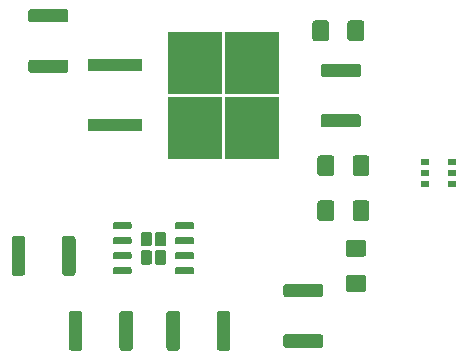
<source format=gtp>
G04 #@! TF.GenerationSoftware,KiCad,Pcbnew,5.1.5+dfsg1-2build2*
G04 #@! TF.CreationDate,2021-11-26T12:56:36+03:00*
G04 #@! TF.ProjectId,VoltReg,566f6c74-5265-4672-9e6b-696361645f70,rev?*
G04 #@! TF.SameCoordinates,Original*
G04 #@! TF.FileFunction,Paste,Top*
G04 #@! TF.FilePolarity,Positive*
%FSLAX46Y46*%
G04 Gerber Fmt 4.6, Leading zero omitted, Abs format (unit mm)*
G04 Created by KiCad (PCBNEW 5.1.5+dfsg1-2build2) date 2021-11-26 12:56:36*
%MOMM*%
%LPD*%
G04 APERTURE LIST*
%ADD10C,0.100000*%
%ADD11R,0.700000X0.510000*%
%ADD12R,4.600000X1.100000*%
%ADD13R,4.550000X5.250000*%
G04 APERTURE END LIST*
D10*
G36*
X119394504Y-74653704D02*
G01*
X119418773Y-74657304D01*
X119442571Y-74663265D01*
X119465671Y-74671530D01*
X119487849Y-74682020D01*
X119508893Y-74694633D01*
X119528598Y-74709247D01*
X119546777Y-74725723D01*
X119563253Y-74743902D01*
X119577867Y-74763607D01*
X119590480Y-74784651D01*
X119600970Y-74806829D01*
X119609235Y-74829929D01*
X119615196Y-74853727D01*
X119618796Y-74877996D01*
X119620000Y-74902500D01*
X119620000Y-75827500D01*
X119618796Y-75852004D01*
X119615196Y-75876273D01*
X119609235Y-75900071D01*
X119600970Y-75923171D01*
X119590480Y-75945349D01*
X119577867Y-75966393D01*
X119563253Y-75986098D01*
X119546777Y-76004277D01*
X119528598Y-76020753D01*
X119508893Y-76035367D01*
X119487849Y-76047980D01*
X119465671Y-76058470D01*
X119442571Y-76066735D01*
X119418773Y-76072696D01*
X119394504Y-76076296D01*
X119370000Y-76077500D01*
X118120000Y-76077500D01*
X118095496Y-76076296D01*
X118071227Y-76072696D01*
X118047429Y-76066735D01*
X118024329Y-76058470D01*
X118002151Y-76047980D01*
X117981107Y-76035367D01*
X117961402Y-76020753D01*
X117943223Y-76004277D01*
X117926747Y-75986098D01*
X117912133Y-75966393D01*
X117899520Y-75945349D01*
X117889030Y-75923171D01*
X117880765Y-75900071D01*
X117874804Y-75876273D01*
X117871204Y-75852004D01*
X117870000Y-75827500D01*
X117870000Y-74902500D01*
X117871204Y-74877996D01*
X117874804Y-74853727D01*
X117880765Y-74829929D01*
X117889030Y-74806829D01*
X117899520Y-74784651D01*
X117912133Y-74763607D01*
X117926747Y-74743902D01*
X117943223Y-74725723D01*
X117961402Y-74709247D01*
X117981107Y-74694633D01*
X118002151Y-74682020D01*
X118024329Y-74671530D01*
X118047429Y-74663265D01*
X118071227Y-74657304D01*
X118095496Y-74653704D01*
X118120000Y-74652500D01*
X119370000Y-74652500D01*
X119394504Y-74653704D01*
G37*
G36*
X119394504Y-71678704D02*
G01*
X119418773Y-71682304D01*
X119442571Y-71688265D01*
X119465671Y-71696530D01*
X119487849Y-71707020D01*
X119508893Y-71719633D01*
X119528598Y-71734247D01*
X119546777Y-71750723D01*
X119563253Y-71768902D01*
X119577867Y-71788607D01*
X119590480Y-71809651D01*
X119600970Y-71831829D01*
X119609235Y-71854929D01*
X119615196Y-71878727D01*
X119618796Y-71902996D01*
X119620000Y-71927500D01*
X119620000Y-72852500D01*
X119618796Y-72877004D01*
X119615196Y-72901273D01*
X119609235Y-72925071D01*
X119600970Y-72948171D01*
X119590480Y-72970349D01*
X119577867Y-72991393D01*
X119563253Y-73011098D01*
X119546777Y-73029277D01*
X119528598Y-73045753D01*
X119508893Y-73060367D01*
X119487849Y-73072980D01*
X119465671Y-73083470D01*
X119442571Y-73091735D01*
X119418773Y-73097696D01*
X119394504Y-73101296D01*
X119370000Y-73102500D01*
X118120000Y-73102500D01*
X118095496Y-73101296D01*
X118071227Y-73097696D01*
X118047429Y-73091735D01*
X118024329Y-73083470D01*
X118002151Y-73072980D01*
X117981107Y-73060367D01*
X117961402Y-73045753D01*
X117943223Y-73029277D01*
X117926747Y-73011098D01*
X117912133Y-72991393D01*
X117899520Y-72970349D01*
X117889030Y-72948171D01*
X117880765Y-72925071D01*
X117874804Y-72901273D01*
X117871204Y-72877004D01*
X117870000Y-72852500D01*
X117870000Y-71927500D01*
X117871204Y-71902996D01*
X117874804Y-71878727D01*
X117880765Y-71854929D01*
X117889030Y-71831829D01*
X117899520Y-71809651D01*
X117912133Y-71788607D01*
X117926747Y-71768902D01*
X117943223Y-71750723D01*
X117961402Y-71734247D01*
X117981107Y-71719633D01*
X118002151Y-71707020D01*
X118024329Y-71696530D01*
X118047429Y-71688265D01*
X118071227Y-71682304D01*
X118095496Y-71678704D01*
X118120000Y-71677500D01*
X119370000Y-71677500D01*
X119394504Y-71678704D01*
G37*
G36*
X94184505Y-52143704D02*
G01*
X94208773Y-52147304D01*
X94232572Y-52153265D01*
X94255671Y-52161530D01*
X94277850Y-52172020D01*
X94298893Y-52184632D01*
X94318599Y-52199247D01*
X94336777Y-52215723D01*
X94353253Y-52233901D01*
X94367868Y-52253607D01*
X94380480Y-52274650D01*
X94390970Y-52296829D01*
X94399235Y-52319928D01*
X94405196Y-52343727D01*
X94408796Y-52367995D01*
X94410000Y-52392499D01*
X94410000Y-53017501D01*
X94408796Y-53042005D01*
X94405196Y-53066273D01*
X94399235Y-53090072D01*
X94390970Y-53113171D01*
X94380480Y-53135350D01*
X94367868Y-53156393D01*
X94353253Y-53176099D01*
X94336777Y-53194277D01*
X94318599Y-53210753D01*
X94298893Y-53225368D01*
X94277850Y-53237980D01*
X94255671Y-53248470D01*
X94232572Y-53256735D01*
X94208773Y-53262696D01*
X94184505Y-53266296D01*
X94160001Y-53267500D01*
X91259999Y-53267500D01*
X91235495Y-53266296D01*
X91211227Y-53262696D01*
X91187428Y-53256735D01*
X91164329Y-53248470D01*
X91142150Y-53237980D01*
X91121107Y-53225368D01*
X91101401Y-53210753D01*
X91083223Y-53194277D01*
X91066747Y-53176099D01*
X91052132Y-53156393D01*
X91039520Y-53135350D01*
X91029030Y-53113171D01*
X91020765Y-53090072D01*
X91014804Y-53066273D01*
X91011204Y-53042005D01*
X91010000Y-53017501D01*
X91010000Y-52392499D01*
X91011204Y-52367995D01*
X91014804Y-52343727D01*
X91020765Y-52319928D01*
X91029030Y-52296829D01*
X91039520Y-52274650D01*
X91052132Y-52253607D01*
X91066747Y-52233901D01*
X91083223Y-52215723D01*
X91101401Y-52199247D01*
X91121107Y-52184632D01*
X91142150Y-52172020D01*
X91164329Y-52161530D01*
X91187428Y-52153265D01*
X91211227Y-52147304D01*
X91235495Y-52143704D01*
X91259999Y-52142500D01*
X94160001Y-52142500D01*
X94184505Y-52143704D01*
G37*
G36*
X94184505Y-56418704D02*
G01*
X94208773Y-56422304D01*
X94232572Y-56428265D01*
X94255671Y-56436530D01*
X94277850Y-56447020D01*
X94298893Y-56459632D01*
X94318599Y-56474247D01*
X94336777Y-56490723D01*
X94353253Y-56508901D01*
X94367868Y-56528607D01*
X94380480Y-56549650D01*
X94390970Y-56571829D01*
X94399235Y-56594928D01*
X94405196Y-56618727D01*
X94408796Y-56642995D01*
X94410000Y-56667499D01*
X94410000Y-57292501D01*
X94408796Y-57317005D01*
X94405196Y-57341273D01*
X94399235Y-57365072D01*
X94390970Y-57388171D01*
X94380480Y-57410350D01*
X94367868Y-57431393D01*
X94353253Y-57451099D01*
X94336777Y-57469277D01*
X94318599Y-57485753D01*
X94298893Y-57500368D01*
X94277850Y-57512980D01*
X94255671Y-57523470D01*
X94232572Y-57531735D01*
X94208773Y-57537696D01*
X94184505Y-57541296D01*
X94160001Y-57542500D01*
X91259999Y-57542500D01*
X91235495Y-57541296D01*
X91211227Y-57537696D01*
X91187428Y-57531735D01*
X91164329Y-57523470D01*
X91142150Y-57512980D01*
X91121107Y-57500368D01*
X91101401Y-57485753D01*
X91083223Y-57469277D01*
X91066747Y-57451099D01*
X91052132Y-57431393D01*
X91039520Y-57410350D01*
X91029030Y-57388171D01*
X91020765Y-57365072D01*
X91014804Y-57341273D01*
X91011204Y-57317005D01*
X91010000Y-57292501D01*
X91010000Y-56667499D01*
X91011204Y-56642995D01*
X91014804Y-56618727D01*
X91020765Y-56594928D01*
X91029030Y-56571829D01*
X91039520Y-56549650D01*
X91052132Y-56528607D01*
X91066747Y-56508901D01*
X91083223Y-56490723D01*
X91101401Y-56474247D01*
X91121107Y-56459632D01*
X91142150Y-56447020D01*
X91164329Y-56436530D01*
X91187428Y-56428265D01*
X91211227Y-56422304D01*
X91235495Y-56418704D01*
X91259999Y-56417500D01*
X94160001Y-56417500D01*
X94184505Y-56418704D01*
G37*
G36*
X104914703Y-70185722D02*
G01*
X104929264Y-70187882D01*
X104943543Y-70191459D01*
X104957403Y-70196418D01*
X104970710Y-70202712D01*
X104983336Y-70210280D01*
X104995159Y-70219048D01*
X105006066Y-70228934D01*
X105015952Y-70239841D01*
X105024720Y-70251664D01*
X105032288Y-70264290D01*
X105038582Y-70277597D01*
X105043541Y-70291457D01*
X105047118Y-70305736D01*
X105049278Y-70320297D01*
X105050000Y-70335000D01*
X105050000Y-70635000D01*
X105049278Y-70649703D01*
X105047118Y-70664264D01*
X105043541Y-70678543D01*
X105038582Y-70692403D01*
X105032288Y-70705710D01*
X105024720Y-70718336D01*
X105015952Y-70730159D01*
X105006066Y-70741066D01*
X104995159Y-70750952D01*
X104983336Y-70759720D01*
X104970710Y-70767288D01*
X104957403Y-70773582D01*
X104943543Y-70778541D01*
X104929264Y-70782118D01*
X104914703Y-70784278D01*
X104900000Y-70785000D01*
X103600000Y-70785000D01*
X103585297Y-70784278D01*
X103570736Y-70782118D01*
X103556457Y-70778541D01*
X103542597Y-70773582D01*
X103529290Y-70767288D01*
X103516664Y-70759720D01*
X103504841Y-70750952D01*
X103493934Y-70741066D01*
X103484048Y-70730159D01*
X103475280Y-70718336D01*
X103467712Y-70705710D01*
X103461418Y-70692403D01*
X103456459Y-70678543D01*
X103452882Y-70664264D01*
X103450722Y-70649703D01*
X103450000Y-70635000D01*
X103450000Y-70335000D01*
X103450722Y-70320297D01*
X103452882Y-70305736D01*
X103456459Y-70291457D01*
X103461418Y-70277597D01*
X103467712Y-70264290D01*
X103475280Y-70251664D01*
X103484048Y-70239841D01*
X103493934Y-70228934D01*
X103504841Y-70219048D01*
X103516664Y-70210280D01*
X103529290Y-70202712D01*
X103542597Y-70196418D01*
X103556457Y-70191459D01*
X103570736Y-70187882D01*
X103585297Y-70185722D01*
X103600000Y-70185000D01*
X104900000Y-70185000D01*
X104914703Y-70185722D01*
G37*
G36*
X104914703Y-71455722D02*
G01*
X104929264Y-71457882D01*
X104943543Y-71461459D01*
X104957403Y-71466418D01*
X104970710Y-71472712D01*
X104983336Y-71480280D01*
X104995159Y-71489048D01*
X105006066Y-71498934D01*
X105015952Y-71509841D01*
X105024720Y-71521664D01*
X105032288Y-71534290D01*
X105038582Y-71547597D01*
X105043541Y-71561457D01*
X105047118Y-71575736D01*
X105049278Y-71590297D01*
X105050000Y-71605000D01*
X105050000Y-71905000D01*
X105049278Y-71919703D01*
X105047118Y-71934264D01*
X105043541Y-71948543D01*
X105038582Y-71962403D01*
X105032288Y-71975710D01*
X105024720Y-71988336D01*
X105015952Y-72000159D01*
X105006066Y-72011066D01*
X104995159Y-72020952D01*
X104983336Y-72029720D01*
X104970710Y-72037288D01*
X104957403Y-72043582D01*
X104943543Y-72048541D01*
X104929264Y-72052118D01*
X104914703Y-72054278D01*
X104900000Y-72055000D01*
X103600000Y-72055000D01*
X103585297Y-72054278D01*
X103570736Y-72052118D01*
X103556457Y-72048541D01*
X103542597Y-72043582D01*
X103529290Y-72037288D01*
X103516664Y-72029720D01*
X103504841Y-72020952D01*
X103493934Y-72011066D01*
X103484048Y-72000159D01*
X103475280Y-71988336D01*
X103467712Y-71975710D01*
X103461418Y-71962403D01*
X103456459Y-71948543D01*
X103452882Y-71934264D01*
X103450722Y-71919703D01*
X103450000Y-71905000D01*
X103450000Y-71605000D01*
X103450722Y-71590297D01*
X103452882Y-71575736D01*
X103456459Y-71561457D01*
X103461418Y-71547597D01*
X103467712Y-71534290D01*
X103475280Y-71521664D01*
X103484048Y-71509841D01*
X103493934Y-71498934D01*
X103504841Y-71489048D01*
X103516664Y-71480280D01*
X103529290Y-71472712D01*
X103542597Y-71466418D01*
X103556457Y-71461459D01*
X103570736Y-71457882D01*
X103585297Y-71455722D01*
X103600000Y-71455000D01*
X104900000Y-71455000D01*
X104914703Y-71455722D01*
G37*
G36*
X104914703Y-72725722D02*
G01*
X104929264Y-72727882D01*
X104943543Y-72731459D01*
X104957403Y-72736418D01*
X104970710Y-72742712D01*
X104983336Y-72750280D01*
X104995159Y-72759048D01*
X105006066Y-72768934D01*
X105015952Y-72779841D01*
X105024720Y-72791664D01*
X105032288Y-72804290D01*
X105038582Y-72817597D01*
X105043541Y-72831457D01*
X105047118Y-72845736D01*
X105049278Y-72860297D01*
X105050000Y-72875000D01*
X105050000Y-73175000D01*
X105049278Y-73189703D01*
X105047118Y-73204264D01*
X105043541Y-73218543D01*
X105038582Y-73232403D01*
X105032288Y-73245710D01*
X105024720Y-73258336D01*
X105015952Y-73270159D01*
X105006066Y-73281066D01*
X104995159Y-73290952D01*
X104983336Y-73299720D01*
X104970710Y-73307288D01*
X104957403Y-73313582D01*
X104943543Y-73318541D01*
X104929264Y-73322118D01*
X104914703Y-73324278D01*
X104900000Y-73325000D01*
X103600000Y-73325000D01*
X103585297Y-73324278D01*
X103570736Y-73322118D01*
X103556457Y-73318541D01*
X103542597Y-73313582D01*
X103529290Y-73307288D01*
X103516664Y-73299720D01*
X103504841Y-73290952D01*
X103493934Y-73281066D01*
X103484048Y-73270159D01*
X103475280Y-73258336D01*
X103467712Y-73245710D01*
X103461418Y-73232403D01*
X103456459Y-73218543D01*
X103452882Y-73204264D01*
X103450722Y-73189703D01*
X103450000Y-73175000D01*
X103450000Y-72875000D01*
X103450722Y-72860297D01*
X103452882Y-72845736D01*
X103456459Y-72831457D01*
X103461418Y-72817597D01*
X103467712Y-72804290D01*
X103475280Y-72791664D01*
X103484048Y-72779841D01*
X103493934Y-72768934D01*
X103504841Y-72759048D01*
X103516664Y-72750280D01*
X103529290Y-72742712D01*
X103542597Y-72736418D01*
X103556457Y-72731459D01*
X103570736Y-72727882D01*
X103585297Y-72725722D01*
X103600000Y-72725000D01*
X104900000Y-72725000D01*
X104914703Y-72725722D01*
G37*
G36*
X104914703Y-73995722D02*
G01*
X104929264Y-73997882D01*
X104943543Y-74001459D01*
X104957403Y-74006418D01*
X104970710Y-74012712D01*
X104983336Y-74020280D01*
X104995159Y-74029048D01*
X105006066Y-74038934D01*
X105015952Y-74049841D01*
X105024720Y-74061664D01*
X105032288Y-74074290D01*
X105038582Y-74087597D01*
X105043541Y-74101457D01*
X105047118Y-74115736D01*
X105049278Y-74130297D01*
X105050000Y-74145000D01*
X105050000Y-74445000D01*
X105049278Y-74459703D01*
X105047118Y-74474264D01*
X105043541Y-74488543D01*
X105038582Y-74502403D01*
X105032288Y-74515710D01*
X105024720Y-74528336D01*
X105015952Y-74540159D01*
X105006066Y-74551066D01*
X104995159Y-74560952D01*
X104983336Y-74569720D01*
X104970710Y-74577288D01*
X104957403Y-74583582D01*
X104943543Y-74588541D01*
X104929264Y-74592118D01*
X104914703Y-74594278D01*
X104900000Y-74595000D01*
X103600000Y-74595000D01*
X103585297Y-74594278D01*
X103570736Y-74592118D01*
X103556457Y-74588541D01*
X103542597Y-74583582D01*
X103529290Y-74577288D01*
X103516664Y-74569720D01*
X103504841Y-74560952D01*
X103493934Y-74551066D01*
X103484048Y-74540159D01*
X103475280Y-74528336D01*
X103467712Y-74515710D01*
X103461418Y-74502403D01*
X103456459Y-74488543D01*
X103452882Y-74474264D01*
X103450722Y-74459703D01*
X103450000Y-74445000D01*
X103450000Y-74145000D01*
X103450722Y-74130297D01*
X103452882Y-74115736D01*
X103456459Y-74101457D01*
X103461418Y-74087597D01*
X103467712Y-74074290D01*
X103475280Y-74061664D01*
X103484048Y-74049841D01*
X103493934Y-74038934D01*
X103504841Y-74029048D01*
X103516664Y-74020280D01*
X103529290Y-74012712D01*
X103542597Y-74006418D01*
X103556457Y-74001459D01*
X103570736Y-73997882D01*
X103585297Y-73995722D01*
X103600000Y-73995000D01*
X104900000Y-73995000D01*
X104914703Y-73995722D01*
G37*
G36*
X99614703Y-73995722D02*
G01*
X99629264Y-73997882D01*
X99643543Y-74001459D01*
X99657403Y-74006418D01*
X99670710Y-74012712D01*
X99683336Y-74020280D01*
X99695159Y-74029048D01*
X99706066Y-74038934D01*
X99715952Y-74049841D01*
X99724720Y-74061664D01*
X99732288Y-74074290D01*
X99738582Y-74087597D01*
X99743541Y-74101457D01*
X99747118Y-74115736D01*
X99749278Y-74130297D01*
X99750000Y-74145000D01*
X99750000Y-74445000D01*
X99749278Y-74459703D01*
X99747118Y-74474264D01*
X99743541Y-74488543D01*
X99738582Y-74502403D01*
X99732288Y-74515710D01*
X99724720Y-74528336D01*
X99715952Y-74540159D01*
X99706066Y-74551066D01*
X99695159Y-74560952D01*
X99683336Y-74569720D01*
X99670710Y-74577288D01*
X99657403Y-74583582D01*
X99643543Y-74588541D01*
X99629264Y-74592118D01*
X99614703Y-74594278D01*
X99600000Y-74595000D01*
X98300000Y-74595000D01*
X98285297Y-74594278D01*
X98270736Y-74592118D01*
X98256457Y-74588541D01*
X98242597Y-74583582D01*
X98229290Y-74577288D01*
X98216664Y-74569720D01*
X98204841Y-74560952D01*
X98193934Y-74551066D01*
X98184048Y-74540159D01*
X98175280Y-74528336D01*
X98167712Y-74515710D01*
X98161418Y-74502403D01*
X98156459Y-74488543D01*
X98152882Y-74474264D01*
X98150722Y-74459703D01*
X98150000Y-74445000D01*
X98150000Y-74145000D01*
X98150722Y-74130297D01*
X98152882Y-74115736D01*
X98156459Y-74101457D01*
X98161418Y-74087597D01*
X98167712Y-74074290D01*
X98175280Y-74061664D01*
X98184048Y-74049841D01*
X98193934Y-74038934D01*
X98204841Y-74029048D01*
X98216664Y-74020280D01*
X98229290Y-74012712D01*
X98242597Y-74006418D01*
X98256457Y-74001459D01*
X98270736Y-73997882D01*
X98285297Y-73995722D01*
X98300000Y-73995000D01*
X99600000Y-73995000D01*
X99614703Y-73995722D01*
G37*
G36*
X99614703Y-72725722D02*
G01*
X99629264Y-72727882D01*
X99643543Y-72731459D01*
X99657403Y-72736418D01*
X99670710Y-72742712D01*
X99683336Y-72750280D01*
X99695159Y-72759048D01*
X99706066Y-72768934D01*
X99715952Y-72779841D01*
X99724720Y-72791664D01*
X99732288Y-72804290D01*
X99738582Y-72817597D01*
X99743541Y-72831457D01*
X99747118Y-72845736D01*
X99749278Y-72860297D01*
X99750000Y-72875000D01*
X99750000Y-73175000D01*
X99749278Y-73189703D01*
X99747118Y-73204264D01*
X99743541Y-73218543D01*
X99738582Y-73232403D01*
X99732288Y-73245710D01*
X99724720Y-73258336D01*
X99715952Y-73270159D01*
X99706066Y-73281066D01*
X99695159Y-73290952D01*
X99683336Y-73299720D01*
X99670710Y-73307288D01*
X99657403Y-73313582D01*
X99643543Y-73318541D01*
X99629264Y-73322118D01*
X99614703Y-73324278D01*
X99600000Y-73325000D01*
X98300000Y-73325000D01*
X98285297Y-73324278D01*
X98270736Y-73322118D01*
X98256457Y-73318541D01*
X98242597Y-73313582D01*
X98229290Y-73307288D01*
X98216664Y-73299720D01*
X98204841Y-73290952D01*
X98193934Y-73281066D01*
X98184048Y-73270159D01*
X98175280Y-73258336D01*
X98167712Y-73245710D01*
X98161418Y-73232403D01*
X98156459Y-73218543D01*
X98152882Y-73204264D01*
X98150722Y-73189703D01*
X98150000Y-73175000D01*
X98150000Y-72875000D01*
X98150722Y-72860297D01*
X98152882Y-72845736D01*
X98156459Y-72831457D01*
X98161418Y-72817597D01*
X98167712Y-72804290D01*
X98175280Y-72791664D01*
X98184048Y-72779841D01*
X98193934Y-72768934D01*
X98204841Y-72759048D01*
X98216664Y-72750280D01*
X98229290Y-72742712D01*
X98242597Y-72736418D01*
X98256457Y-72731459D01*
X98270736Y-72727882D01*
X98285297Y-72725722D01*
X98300000Y-72725000D01*
X99600000Y-72725000D01*
X99614703Y-72725722D01*
G37*
G36*
X99614703Y-71455722D02*
G01*
X99629264Y-71457882D01*
X99643543Y-71461459D01*
X99657403Y-71466418D01*
X99670710Y-71472712D01*
X99683336Y-71480280D01*
X99695159Y-71489048D01*
X99706066Y-71498934D01*
X99715952Y-71509841D01*
X99724720Y-71521664D01*
X99732288Y-71534290D01*
X99738582Y-71547597D01*
X99743541Y-71561457D01*
X99747118Y-71575736D01*
X99749278Y-71590297D01*
X99750000Y-71605000D01*
X99750000Y-71905000D01*
X99749278Y-71919703D01*
X99747118Y-71934264D01*
X99743541Y-71948543D01*
X99738582Y-71962403D01*
X99732288Y-71975710D01*
X99724720Y-71988336D01*
X99715952Y-72000159D01*
X99706066Y-72011066D01*
X99695159Y-72020952D01*
X99683336Y-72029720D01*
X99670710Y-72037288D01*
X99657403Y-72043582D01*
X99643543Y-72048541D01*
X99629264Y-72052118D01*
X99614703Y-72054278D01*
X99600000Y-72055000D01*
X98300000Y-72055000D01*
X98285297Y-72054278D01*
X98270736Y-72052118D01*
X98256457Y-72048541D01*
X98242597Y-72043582D01*
X98229290Y-72037288D01*
X98216664Y-72029720D01*
X98204841Y-72020952D01*
X98193934Y-72011066D01*
X98184048Y-72000159D01*
X98175280Y-71988336D01*
X98167712Y-71975710D01*
X98161418Y-71962403D01*
X98156459Y-71948543D01*
X98152882Y-71934264D01*
X98150722Y-71919703D01*
X98150000Y-71905000D01*
X98150000Y-71605000D01*
X98150722Y-71590297D01*
X98152882Y-71575736D01*
X98156459Y-71561457D01*
X98161418Y-71547597D01*
X98167712Y-71534290D01*
X98175280Y-71521664D01*
X98184048Y-71509841D01*
X98193934Y-71498934D01*
X98204841Y-71489048D01*
X98216664Y-71480280D01*
X98229290Y-71472712D01*
X98242597Y-71466418D01*
X98256457Y-71461459D01*
X98270736Y-71457882D01*
X98285297Y-71455722D01*
X98300000Y-71455000D01*
X99600000Y-71455000D01*
X99614703Y-71455722D01*
G37*
G36*
X99614703Y-70185722D02*
G01*
X99629264Y-70187882D01*
X99643543Y-70191459D01*
X99657403Y-70196418D01*
X99670710Y-70202712D01*
X99683336Y-70210280D01*
X99695159Y-70219048D01*
X99706066Y-70228934D01*
X99715952Y-70239841D01*
X99724720Y-70251664D01*
X99732288Y-70264290D01*
X99738582Y-70277597D01*
X99743541Y-70291457D01*
X99747118Y-70305736D01*
X99749278Y-70320297D01*
X99750000Y-70335000D01*
X99750000Y-70635000D01*
X99749278Y-70649703D01*
X99747118Y-70664264D01*
X99743541Y-70678543D01*
X99738582Y-70692403D01*
X99732288Y-70705710D01*
X99724720Y-70718336D01*
X99715952Y-70730159D01*
X99706066Y-70741066D01*
X99695159Y-70750952D01*
X99683336Y-70759720D01*
X99670710Y-70767288D01*
X99657403Y-70773582D01*
X99643543Y-70778541D01*
X99629264Y-70782118D01*
X99614703Y-70784278D01*
X99600000Y-70785000D01*
X98300000Y-70785000D01*
X98285297Y-70784278D01*
X98270736Y-70782118D01*
X98256457Y-70778541D01*
X98242597Y-70773582D01*
X98229290Y-70767288D01*
X98216664Y-70759720D01*
X98204841Y-70750952D01*
X98193934Y-70741066D01*
X98184048Y-70730159D01*
X98175280Y-70718336D01*
X98167712Y-70705710D01*
X98161418Y-70692403D01*
X98156459Y-70678543D01*
X98152882Y-70664264D01*
X98150722Y-70649703D01*
X98150000Y-70635000D01*
X98150000Y-70335000D01*
X98150722Y-70320297D01*
X98152882Y-70305736D01*
X98156459Y-70291457D01*
X98161418Y-70277597D01*
X98167712Y-70264290D01*
X98175280Y-70251664D01*
X98184048Y-70239841D01*
X98193934Y-70228934D01*
X98204841Y-70219048D01*
X98216664Y-70210280D01*
X98229290Y-70202712D01*
X98242597Y-70196418D01*
X98256457Y-70191459D01*
X98270736Y-70187882D01*
X98285297Y-70185722D01*
X98300000Y-70185000D01*
X99600000Y-70185000D01*
X99614703Y-70185722D01*
G37*
G36*
X102466269Y-72541168D02*
G01*
X102489809Y-72544660D01*
X102512894Y-72550442D01*
X102535301Y-72558459D01*
X102556814Y-72568634D01*
X102577226Y-72580869D01*
X102596340Y-72595045D01*
X102613973Y-72611027D01*
X102629955Y-72628660D01*
X102644131Y-72647774D01*
X102656366Y-72668186D01*
X102666541Y-72689699D01*
X102674558Y-72712106D01*
X102680340Y-72735191D01*
X102683832Y-72758731D01*
X102685000Y-72782500D01*
X102685000Y-73547500D01*
X102683832Y-73571269D01*
X102680340Y-73594809D01*
X102674558Y-73617894D01*
X102666541Y-73640301D01*
X102656366Y-73661814D01*
X102644131Y-73682226D01*
X102629955Y-73701340D01*
X102613973Y-73718973D01*
X102596340Y-73734955D01*
X102577226Y-73749131D01*
X102556814Y-73761366D01*
X102535301Y-73771541D01*
X102512894Y-73779558D01*
X102489809Y-73785340D01*
X102466269Y-73788832D01*
X102442500Y-73790000D01*
X101957500Y-73790000D01*
X101933731Y-73788832D01*
X101910191Y-73785340D01*
X101887106Y-73779558D01*
X101864699Y-73771541D01*
X101843186Y-73761366D01*
X101822774Y-73749131D01*
X101803660Y-73734955D01*
X101786027Y-73718973D01*
X101770045Y-73701340D01*
X101755869Y-73682226D01*
X101743634Y-73661814D01*
X101733459Y-73640301D01*
X101725442Y-73617894D01*
X101719660Y-73594809D01*
X101716168Y-73571269D01*
X101715000Y-73547500D01*
X101715000Y-72782500D01*
X101716168Y-72758731D01*
X101719660Y-72735191D01*
X101725442Y-72712106D01*
X101733459Y-72689699D01*
X101743634Y-72668186D01*
X101755869Y-72647774D01*
X101770045Y-72628660D01*
X101786027Y-72611027D01*
X101803660Y-72595045D01*
X101822774Y-72580869D01*
X101843186Y-72568634D01*
X101864699Y-72558459D01*
X101887106Y-72550442D01*
X101910191Y-72544660D01*
X101933731Y-72541168D01*
X101957500Y-72540000D01*
X102442500Y-72540000D01*
X102466269Y-72541168D01*
G37*
G36*
X102466269Y-70991168D02*
G01*
X102489809Y-70994660D01*
X102512894Y-71000442D01*
X102535301Y-71008459D01*
X102556814Y-71018634D01*
X102577226Y-71030869D01*
X102596340Y-71045045D01*
X102613973Y-71061027D01*
X102629955Y-71078660D01*
X102644131Y-71097774D01*
X102656366Y-71118186D01*
X102666541Y-71139699D01*
X102674558Y-71162106D01*
X102680340Y-71185191D01*
X102683832Y-71208731D01*
X102685000Y-71232500D01*
X102685000Y-71997500D01*
X102683832Y-72021269D01*
X102680340Y-72044809D01*
X102674558Y-72067894D01*
X102666541Y-72090301D01*
X102656366Y-72111814D01*
X102644131Y-72132226D01*
X102629955Y-72151340D01*
X102613973Y-72168973D01*
X102596340Y-72184955D01*
X102577226Y-72199131D01*
X102556814Y-72211366D01*
X102535301Y-72221541D01*
X102512894Y-72229558D01*
X102489809Y-72235340D01*
X102466269Y-72238832D01*
X102442500Y-72240000D01*
X101957500Y-72240000D01*
X101933731Y-72238832D01*
X101910191Y-72235340D01*
X101887106Y-72229558D01*
X101864699Y-72221541D01*
X101843186Y-72211366D01*
X101822774Y-72199131D01*
X101803660Y-72184955D01*
X101786027Y-72168973D01*
X101770045Y-72151340D01*
X101755869Y-72132226D01*
X101743634Y-72111814D01*
X101733459Y-72090301D01*
X101725442Y-72067894D01*
X101719660Y-72044809D01*
X101716168Y-72021269D01*
X101715000Y-71997500D01*
X101715000Y-71232500D01*
X101716168Y-71208731D01*
X101719660Y-71185191D01*
X101725442Y-71162106D01*
X101733459Y-71139699D01*
X101743634Y-71118186D01*
X101755869Y-71097774D01*
X101770045Y-71078660D01*
X101786027Y-71061027D01*
X101803660Y-71045045D01*
X101822774Y-71030869D01*
X101843186Y-71018634D01*
X101864699Y-71008459D01*
X101887106Y-71000442D01*
X101910191Y-70994660D01*
X101933731Y-70991168D01*
X101957500Y-70990000D01*
X102442500Y-70990000D01*
X102466269Y-70991168D01*
G37*
G36*
X101266269Y-72541168D02*
G01*
X101289809Y-72544660D01*
X101312894Y-72550442D01*
X101335301Y-72558459D01*
X101356814Y-72568634D01*
X101377226Y-72580869D01*
X101396340Y-72595045D01*
X101413973Y-72611027D01*
X101429955Y-72628660D01*
X101444131Y-72647774D01*
X101456366Y-72668186D01*
X101466541Y-72689699D01*
X101474558Y-72712106D01*
X101480340Y-72735191D01*
X101483832Y-72758731D01*
X101485000Y-72782500D01*
X101485000Y-73547500D01*
X101483832Y-73571269D01*
X101480340Y-73594809D01*
X101474558Y-73617894D01*
X101466541Y-73640301D01*
X101456366Y-73661814D01*
X101444131Y-73682226D01*
X101429955Y-73701340D01*
X101413973Y-73718973D01*
X101396340Y-73734955D01*
X101377226Y-73749131D01*
X101356814Y-73761366D01*
X101335301Y-73771541D01*
X101312894Y-73779558D01*
X101289809Y-73785340D01*
X101266269Y-73788832D01*
X101242500Y-73790000D01*
X100757500Y-73790000D01*
X100733731Y-73788832D01*
X100710191Y-73785340D01*
X100687106Y-73779558D01*
X100664699Y-73771541D01*
X100643186Y-73761366D01*
X100622774Y-73749131D01*
X100603660Y-73734955D01*
X100586027Y-73718973D01*
X100570045Y-73701340D01*
X100555869Y-73682226D01*
X100543634Y-73661814D01*
X100533459Y-73640301D01*
X100525442Y-73617894D01*
X100519660Y-73594809D01*
X100516168Y-73571269D01*
X100515000Y-73547500D01*
X100515000Y-72782500D01*
X100516168Y-72758731D01*
X100519660Y-72735191D01*
X100525442Y-72712106D01*
X100533459Y-72689699D01*
X100543634Y-72668186D01*
X100555869Y-72647774D01*
X100570045Y-72628660D01*
X100586027Y-72611027D01*
X100603660Y-72595045D01*
X100622774Y-72580869D01*
X100643186Y-72568634D01*
X100664699Y-72558459D01*
X100687106Y-72550442D01*
X100710191Y-72544660D01*
X100733731Y-72541168D01*
X100757500Y-72540000D01*
X101242500Y-72540000D01*
X101266269Y-72541168D01*
G37*
G36*
X101266269Y-70991168D02*
G01*
X101289809Y-70994660D01*
X101312894Y-71000442D01*
X101335301Y-71008459D01*
X101356814Y-71018634D01*
X101377226Y-71030869D01*
X101396340Y-71045045D01*
X101413973Y-71061027D01*
X101429955Y-71078660D01*
X101444131Y-71097774D01*
X101456366Y-71118186D01*
X101466541Y-71139699D01*
X101474558Y-71162106D01*
X101480340Y-71185191D01*
X101483832Y-71208731D01*
X101485000Y-71232500D01*
X101485000Y-71997500D01*
X101483832Y-72021269D01*
X101480340Y-72044809D01*
X101474558Y-72067894D01*
X101466541Y-72090301D01*
X101456366Y-72111814D01*
X101444131Y-72132226D01*
X101429955Y-72151340D01*
X101413973Y-72168973D01*
X101396340Y-72184955D01*
X101377226Y-72199131D01*
X101356814Y-72211366D01*
X101335301Y-72221541D01*
X101312894Y-72229558D01*
X101289809Y-72235340D01*
X101266269Y-72238832D01*
X101242500Y-72240000D01*
X100757500Y-72240000D01*
X100733731Y-72238832D01*
X100710191Y-72235340D01*
X100687106Y-72229558D01*
X100664699Y-72221541D01*
X100643186Y-72211366D01*
X100622774Y-72199131D01*
X100603660Y-72184955D01*
X100586027Y-72168973D01*
X100570045Y-72151340D01*
X100555869Y-72132226D01*
X100543634Y-72111814D01*
X100533459Y-72090301D01*
X100525442Y-72067894D01*
X100519660Y-72044809D01*
X100516168Y-72021269D01*
X100515000Y-71997500D01*
X100515000Y-71232500D01*
X100516168Y-71208731D01*
X100519660Y-71185191D01*
X100525442Y-71162106D01*
X100533459Y-71139699D01*
X100543634Y-71118186D01*
X100555869Y-71097774D01*
X100570045Y-71078660D01*
X100586027Y-71061027D01*
X100603660Y-71045045D01*
X100622774Y-71030869D01*
X100643186Y-71018634D01*
X100664699Y-71008459D01*
X100687106Y-71000442D01*
X100710191Y-70994660D01*
X100733731Y-70991168D01*
X100757500Y-70990000D01*
X101242500Y-70990000D01*
X101266269Y-70991168D01*
G37*
D11*
X126890000Y-65090000D03*
X126890000Y-66040000D03*
X126890000Y-66990000D03*
X124570000Y-66990000D03*
X124570000Y-66040000D03*
X124570000Y-65090000D03*
D12*
X98365000Y-56915000D03*
X98365000Y-61995000D03*
D13*
X109940000Y-62230000D03*
X105090000Y-56680000D03*
X109940000Y-56680000D03*
X105090000Y-62230000D03*
D10*
G36*
X119667004Y-68341204D02*
G01*
X119691273Y-68344804D01*
X119715071Y-68350765D01*
X119738171Y-68359030D01*
X119760349Y-68369520D01*
X119781393Y-68382133D01*
X119801098Y-68396747D01*
X119819277Y-68413223D01*
X119835753Y-68431402D01*
X119850367Y-68451107D01*
X119862980Y-68472151D01*
X119873470Y-68494329D01*
X119881735Y-68517429D01*
X119887696Y-68541227D01*
X119891296Y-68565496D01*
X119892500Y-68590000D01*
X119892500Y-69840000D01*
X119891296Y-69864504D01*
X119887696Y-69888773D01*
X119881735Y-69912571D01*
X119873470Y-69935671D01*
X119862980Y-69957849D01*
X119850367Y-69978893D01*
X119835753Y-69998598D01*
X119819277Y-70016777D01*
X119801098Y-70033253D01*
X119781393Y-70047867D01*
X119760349Y-70060480D01*
X119738171Y-70070970D01*
X119715071Y-70079235D01*
X119691273Y-70085196D01*
X119667004Y-70088796D01*
X119642500Y-70090000D01*
X118717500Y-70090000D01*
X118692996Y-70088796D01*
X118668727Y-70085196D01*
X118644929Y-70079235D01*
X118621829Y-70070970D01*
X118599651Y-70060480D01*
X118578607Y-70047867D01*
X118558902Y-70033253D01*
X118540723Y-70016777D01*
X118524247Y-69998598D01*
X118509633Y-69978893D01*
X118497020Y-69957849D01*
X118486530Y-69935671D01*
X118478265Y-69912571D01*
X118472304Y-69888773D01*
X118468704Y-69864504D01*
X118467500Y-69840000D01*
X118467500Y-68590000D01*
X118468704Y-68565496D01*
X118472304Y-68541227D01*
X118478265Y-68517429D01*
X118486530Y-68494329D01*
X118497020Y-68472151D01*
X118509633Y-68451107D01*
X118524247Y-68431402D01*
X118540723Y-68413223D01*
X118558902Y-68396747D01*
X118578607Y-68382133D01*
X118599651Y-68369520D01*
X118621829Y-68359030D01*
X118644929Y-68350765D01*
X118668727Y-68344804D01*
X118692996Y-68341204D01*
X118717500Y-68340000D01*
X119642500Y-68340000D01*
X119667004Y-68341204D01*
G37*
G36*
X116692004Y-68341204D02*
G01*
X116716273Y-68344804D01*
X116740071Y-68350765D01*
X116763171Y-68359030D01*
X116785349Y-68369520D01*
X116806393Y-68382133D01*
X116826098Y-68396747D01*
X116844277Y-68413223D01*
X116860753Y-68431402D01*
X116875367Y-68451107D01*
X116887980Y-68472151D01*
X116898470Y-68494329D01*
X116906735Y-68517429D01*
X116912696Y-68541227D01*
X116916296Y-68565496D01*
X116917500Y-68590000D01*
X116917500Y-69840000D01*
X116916296Y-69864504D01*
X116912696Y-69888773D01*
X116906735Y-69912571D01*
X116898470Y-69935671D01*
X116887980Y-69957849D01*
X116875367Y-69978893D01*
X116860753Y-69998598D01*
X116844277Y-70016777D01*
X116826098Y-70033253D01*
X116806393Y-70047867D01*
X116785349Y-70060480D01*
X116763171Y-70070970D01*
X116740071Y-70079235D01*
X116716273Y-70085196D01*
X116692004Y-70088796D01*
X116667500Y-70090000D01*
X115742500Y-70090000D01*
X115717996Y-70088796D01*
X115693727Y-70085196D01*
X115669929Y-70079235D01*
X115646829Y-70070970D01*
X115624651Y-70060480D01*
X115603607Y-70047867D01*
X115583902Y-70033253D01*
X115565723Y-70016777D01*
X115549247Y-69998598D01*
X115534633Y-69978893D01*
X115522020Y-69957849D01*
X115511530Y-69935671D01*
X115503265Y-69912571D01*
X115497304Y-69888773D01*
X115493704Y-69864504D01*
X115492500Y-69840000D01*
X115492500Y-68590000D01*
X115493704Y-68565496D01*
X115497304Y-68541227D01*
X115503265Y-68517429D01*
X115511530Y-68494329D01*
X115522020Y-68472151D01*
X115534633Y-68451107D01*
X115549247Y-68431402D01*
X115565723Y-68413223D01*
X115583902Y-68396747D01*
X115603607Y-68382133D01*
X115624651Y-68369520D01*
X115646829Y-68359030D01*
X115669929Y-68350765D01*
X115693727Y-68344804D01*
X115717996Y-68341204D01*
X115742500Y-68340000D01*
X116667500Y-68340000D01*
X116692004Y-68341204D01*
G37*
G36*
X116692004Y-64531204D02*
G01*
X116716273Y-64534804D01*
X116740071Y-64540765D01*
X116763171Y-64549030D01*
X116785349Y-64559520D01*
X116806393Y-64572133D01*
X116826098Y-64586747D01*
X116844277Y-64603223D01*
X116860753Y-64621402D01*
X116875367Y-64641107D01*
X116887980Y-64662151D01*
X116898470Y-64684329D01*
X116906735Y-64707429D01*
X116912696Y-64731227D01*
X116916296Y-64755496D01*
X116917500Y-64780000D01*
X116917500Y-66030000D01*
X116916296Y-66054504D01*
X116912696Y-66078773D01*
X116906735Y-66102571D01*
X116898470Y-66125671D01*
X116887980Y-66147849D01*
X116875367Y-66168893D01*
X116860753Y-66188598D01*
X116844277Y-66206777D01*
X116826098Y-66223253D01*
X116806393Y-66237867D01*
X116785349Y-66250480D01*
X116763171Y-66260970D01*
X116740071Y-66269235D01*
X116716273Y-66275196D01*
X116692004Y-66278796D01*
X116667500Y-66280000D01*
X115742500Y-66280000D01*
X115717996Y-66278796D01*
X115693727Y-66275196D01*
X115669929Y-66269235D01*
X115646829Y-66260970D01*
X115624651Y-66250480D01*
X115603607Y-66237867D01*
X115583902Y-66223253D01*
X115565723Y-66206777D01*
X115549247Y-66188598D01*
X115534633Y-66168893D01*
X115522020Y-66147849D01*
X115511530Y-66125671D01*
X115503265Y-66102571D01*
X115497304Y-66078773D01*
X115493704Y-66054504D01*
X115492500Y-66030000D01*
X115492500Y-64780000D01*
X115493704Y-64755496D01*
X115497304Y-64731227D01*
X115503265Y-64707429D01*
X115511530Y-64684329D01*
X115522020Y-64662151D01*
X115534633Y-64641107D01*
X115549247Y-64621402D01*
X115565723Y-64603223D01*
X115583902Y-64586747D01*
X115603607Y-64572133D01*
X115624651Y-64559520D01*
X115646829Y-64549030D01*
X115669929Y-64540765D01*
X115693727Y-64534804D01*
X115717996Y-64531204D01*
X115742500Y-64530000D01*
X116667500Y-64530000D01*
X116692004Y-64531204D01*
G37*
G36*
X119667004Y-64531204D02*
G01*
X119691273Y-64534804D01*
X119715071Y-64540765D01*
X119738171Y-64549030D01*
X119760349Y-64559520D01*
X119781393Y-64572133D01*
X119801098Y-64586747D01*
X119819277Y-64603223D01*
X119835753Y-64621402D01*
X119850367Y-64641107D01*
X119862980Y-64662151D01*
X119873470Y-64684329D01*
X119881735Y-64707429D01*
X119887696Y-64731227D01*
X119891296Y-64755496D01*
X119892500Y-64780000D01*
X119892500Y-66030000D01*
X119891296Y-66054504D01*
X119887696Y-66078773D01*
X119881735Y-66102571D01*
X119873470Y-66125671D01*
X119862980Y-66147849D01*
X119850367Y-66168893D01*
X119835753Y-66188598D01*
X119819277Y-66206777D01*
X119801098Y-66223253D01*
X119781393Y-66237867D01*
X119760349Y-66250480D01*
X119738171Y-66260970D01*
X119715071Y-66269235D01*
X119691273Y-66275196D01*
X119667004Y-66278796D01*
X119642500Y-66280000D01*
X118717500Y-66280000D01*
X118692996Y-66278796D01*
X118668727Y-66275196D01*
X118644929Y-66269235D01*
X118621829Y-66260970D01*
X118599651Y-66250480D01*
X118578607Y-66237867D01*
X118558902Y-66223253D01*
X118540723Y-66206777D01*
X118524247Y-66188598D01*
X118509633Y-66168893D01*
X118497020Y-66147849D01*
X118486530Y-66125671D01*
X118478265Y-66102571D01*
X118472304Y-66078773D01*
X118468704Y-66054504D01*
X118467500Y-66030000D01*
X118467500Y-64780000D01*
X118468704Y-64755496D01*
X118472304Y-64731227D01*
X118478265Y-64707429D01*
X118486530Y-64684329D01*
X118497020Y-64662151D01*
X118509633Y-64641107D01*
X118524247Y-64621402D01*
X118540723Y-64603223D01*
X118558902Y-64586747D01*
X118578607Y-64572133D01*
X118599651Y-64559520D01*
X118621829Y-64549030D01*
X118644929Y-64540765D01*
X118668727Y-64534804D01*
X118692996Y-64531204D01*
X118717500Y-64530000D01*
X119642500Y-64530000D01*
X119667004Y-64531204D01*
G37*
G36*
X119232004Y-53101204D02*
G01*
X119256273Y-53104804D01*
X119280071Y-53110765D01*
X119303171Y-53119030D01*
X119325349Y-53129520D01*
X119346393Y-53142133D01*
X119366098Y-53156747D01*
X119384277Y-53173223D01*
X119400753Y-53191402D01*
X119415367Y-53211107D01*
X119427980Y-53232151D01*
X119438470Y-53254329D01*
X119446735Y-53277429D01*
X119452696Y-53301227D01*
X119456296Y-53325496D01*
X119457500Y-53350000D01*
X119457500Y-54600000D01*
X119456296Y-54624504D01*
X119452696Y-54648773D01*
X119446735Y-54672571D01*
X119438470Y-54695671D01*
X119427980Y-54717849D01*
X119415367Y-54738893D01*
X119400753Y-54758598D01*
X119384277Y-54776777D01*
X119366098Y-54793253D01*
X119346393Y-54807867D01*
X119325349Y-54820480D01*
X119303171Y-54830970D01*
X119280071Y-54839235D01*
X119256273Y-54845196D01*
X119232004Y-54848796D01*
X119207500Y-54850000D01*
X118282500Y-54850000D01*
X118257996Y-54848796D01*
X118233727Y-54845196D01*
X118209929Y-54839235D01*
X118186829Y-54830970D01*
X118164651Y-54820480D01*
X118143607Y-54807867D01*
X118123902Y-54793253D01*
X118105723Y-54776777D01*
X118089247Y-54758598D01*
X118074633Y-54738893D01*
X118062020Y-54717849D01*
X118051530Y-54695671D01*
X118043265Y-54672571D01*
X118037304Y-54648773D01*
X118033704Y-54624504D01*
X118032500Y-54600000D01*
X118032500Y-53350000D01*
X118033704Y-53325496D01*
X118037304Y-53301227D01*
X118043265Y-53277429D01*
X118051530Y-53254329D01*
X118062020Y-53232151D01*
X118074633Y-53211107D01*
X118089247Y-53191402D01*
X118105723Y-53173223D01*
X118123902Y-53156747D01*
X118143607Y-53142133D01*
X118164651Y-53129520D01*
X118186829Y-53119030D01*
X118209929Y-53110765D01*
X118233727Y-53104804D01*
X118257996Y-53101204D01*
X118282500Y-53100000D01*
X119207500Y-53100000D01*
X119232004Y-53101204D01*
G37*
G36*
X116257004Y-53101204D02*
G01*
X116281273Y-53104804D01*
X116305071Y-53110765D01*
X116328171Y-53119030D01*
X116350349Y-53129520D01*
X116371393Y-53142133D01*
X116391098Y-53156747D01*
X116409277Y-53173223D01*
X116425753Y-53191402D01*
X116440367Y-53211107D01*
X116452980Y-53232151D01*
X116463470Y-53254329D01*
X116471735Y-53277429D01*
X116477696Y-53301227D01*
X116481296Y-53325496D01*
X116482500Y-53350000D01*
X116482500Y-54600000D01*
X116481296Y-54624504D01*
X116477696Y-54648773D01*
X116471735Y-54672571D01*
X116463470Y-54695671D01*
X116452980Y-54717849D01*
X116440367Y-54738893D01*
X116425753Y-54758598D01*
X116409277Y-54776777D01*
X116391098Y-54793253D01*
X116371393Y-54807867D01*
X116350349Y-54820480D01*
X116328171Y-54830970D01*
X116305071Y-54839235D01*
X116281273Y-54845196D01*
X116257004Y-54848796D01*
X116232500Y-54850000D01*
X115307500Y-54850000D01*
X115282996Y-54848796D01*
X115258727Y-54845196D01*
X115234929Y-54839235D01*
X115211829Y-54830970D01*
X115189651Y-54820480D01*
X115168607Y-54807867D01*
X115148902Y-54793253D01*
X115130723Y-54776777D01*
X115114247Y-54758598D01*
X115099633Y-54738893D01*
X115087020Y-54717849D01*
X115076530Y-54695671D01*
X115068265Y-54672571D01*
X115062304Y-54648773D01*
X115058704Y-54624504D01*
X115057500Y-54600000D01*
X115057500Y-53350000D01*
X115058704Y-53325496D01*
X115062304Y-53301227D01*
X115068265Y-53277429D01*
X115076530Y-53254329D01*
X115087020Y-53232151D01*
X115099633Y-53211107D01*
X115114247Y-53191402D01*
X115130723Y-53173223D01*
X115148902Y-53156747D01*
X115168607Y-53142133D01*
X115189651Y-53129520D01*
X115211829Y-53119030D01*
X115234929Y-53110765D01*
X115258727Y-53104804D01*
X115282996Y-53101204D01*
X115307500Y-53100000D01*
X116232500Y-53100000D01*
X116257004Y-53101204D01*
G37*
G36*
X103609505Y-77676204D02*
G01*
X103633773Y-77679804D01*
X103657572Y-77685765D01*
X103680671Y-77694030D01*
X103702850Y-77704520D01*
X103723893Y-77717132D01*
X103743599Y-77731747D01*
X103761777Y-77748223D01*
X103778253Y-77766401D01*
X103792868Y-77786107D01*
X103805480Y-77807150D01*
X103815970Y-77829329D01*
X103824235Y-77852428D01*
X103830196Y-77876227D01*
X103833796Y-77900495D01*
X103835000Y-77924999D01*
X103835000Y-80825001D01*
X103833796Y-80849505D01*
X103830196Y-80873773D01*
X103824235Y-80897572D01*
X103815970Y-80920671D01*
X103805480Y-80942850D01*
X103792868Y-80963893D01*
X103778253Y-80983599D01*
X103761777Y-81001777D01*
X103743599Y-81018253D01*
X103723893Y-81032868D01*
X103702850Y-81045480D01*
X103680671Y-81055970D01*
X103657572Y-81064235D01*
X103633773Y-81070196D01*
X103609505Y-81073796D01*
X103585001Y-81075000D01*
X102959999Y-81075000D01*
X102935495Y-81073796D01*
X102911227Y-81070196D01*
X102887428Y-81064235D01*
X102864329Y-81055970D01*
X102842150Y-81045480D01*
X102821107Y-81032868D01*
X102801401Y-81018253D01*
X102783223Y-81001777D01*
X102766747Y-80983599D01*
X102752132Y-80963893D01*
X102739520Y-80942850D01*
X102729030Y-80920671D01*
X102720765Y-80897572D01*
X102714804Y-80873773D01*
X102711204Y-80849505D01*
X102710000Y-80825001D01*
X102710000Y-77924999D01*
X102711204Y-77900495D01*
X102714804Y-77876227D01*
X102720765Y-77852428D01*
X102729030Y-77829329D01*
X102739520Y-77807150D01*
X102752132Y-77786107D01*
X102766747Y-77766401D01*
X102783223Y-77748223D01*
X102801401Y-77731747D01*
X102821107Y-77717132D01*
X102842150Y-77704520D01*
X102864329Y-77694030D01*
X102887428Y-77685765D01*
X102911227Y-77679804D01*
X102935495Y-77676204D01*
X102959999Y-77675000D01*
X103585001Y-77675000D01*
X103609505Y-77676204D01*
G37*
G36*
X107884505Y-77676204D02*
G01*
X107908773Y-77679804D01*
X107932572Y-77685765D01*
X107955671Y-77694030D01*
X107977850Y-77704520D01*
X107998893Y-77717132D01*
X108018599Y-77731747D01*
X108036777Y-77748223D01*
X108053253Y-77766401D01*
X108067868Y-77786107D01*
X108080480Y-77807150D01*
X108090970Y-77829329D01*
X108099235Y-77852428D01*
X108105196Y-77876227D01*
X108108796Y-77900495D01*
X108110000Y-77924999D01*
X108110000Y-80825001D01*
X108108796Y-80849505D01*
X108105196Y-80873773D01*
X108099235Y-80897572D01*
X108090970Y-80920671D01*
X108080480Y-80942850D01*
X108067868Y-80963893D01*
X108053253Y-80983599D01*
X108036777Y-81001777D01*
X108018599Y-81018253D01*
X107998893Y-81032868D01*
X107977850Y-81045480D01*
X107955671Y-81055970D01*
X107932572Y-81064235D01*
X107908773Y-81070196D01*
X107884505Y-81073796D01*
X107860001Y-81075000D01*
X107234999Y-81075000D01*
X107210495Y-81073796D01*
X107186227Y-81070196D01*
X107162428Y-81064235D01*
X107139329Y-81055970D01*
X107117150Y-81045480D01*
X107096107Y-81032868D01*
X107076401Y-81018253D01*
X107058223Y-81001777D01*
X107041747Y-80983599D01*
X107027132Y-80963893D01*
X107014520Y-80942850D01*
X107004030Y-80920671D01*
X106995765Y-80897572D01*
X106989804Y-80873773D01*
X106986204Y-80849505D01*
X106985000Y-80825001D01*
X106985000Y-77924999D01*
X106986204Y-77900495D01*
X106989804Y-77876227D01*
X106995765Y-77852428D01*
X107004030Y-77829329D01*
X107014520Y-77807150D01*
X107027132Y-77786107D01*
X107041747Y-77766401D01*
X107058223Y-77748223D01*
X107076401Y-77731747D01*
X107096107Y-77717132D01*
X107117150Y-77704520D01*
X107139329Y-77694030D01*
X107162428Y-77685765D01*
X107186227Y-77679804D01*
X107210495Y-77676204D01*
X107234999Y-77675000D01*
X107860001Y-77675000D01*
X107884505Y-77676204D01*
G37*
G36*
X115774505Y-79681204D02*
G01*
X115798773Y-79684804D01*
X115822572Y-79690765D01*
X115845671Y-79699030D01*
X115867850Y-79709520D01*
X115888893Y-79722132D01*
X115908599Y-79736747D01*
X115926777Y-79753223D01*
X115943253Y-79771401D01*
X115957868Y-79791107D01*
X115970480Y-79812150D01*
X115980970Y-79834329D01*
X115989235Y-79857428D01*
X115995196Y-79881227D01*
X115998796Y-79905495D01*
X116000000Y-79929999D01*
X116000000Y-80555001D01*
X115998796Y-80579505D01*
X115995196Y-80603773D01*
X115989235Y-80627572D01*
X115980970Y-80650671D01*
X115970480Y-80672850D01*
X115957868Y-80693893D01*
X115943253Y-80713599D01*
X115926777Y-80731777D01*
X115908599Y-80748253D01*
X115888893Y-80762868D01*
X115867850Y-80775480D01*
X115845671Y-80785970D01*
X115822572Y-80794235D01*
X115798773Y-80800196D01*
X115774505Y-80803796D01*
X115750001Y-80805000D01*
X112849999Y-80805000D01*
X112825495Y-80803796D01*
X112801227Y-80800196D01*
X112777428Y-80794235D01*
X112754329Y-80785970D01*
X112732150Y-80775480D01*
X112711107Y-80762868D01*
X112691401Y-80748253D01*
X112673223Y-80731777D01*
X112656747Y-80713599D01*
X112642132Y-80693893D01*
X112629520Y-80672850D01*
X112619030Y-80650671D01*
X112610765Y-80627572D01*
X112604804Y-80603773D01*
X112601204Y-80579505D01*
X112600000Y-80555001D01*
X112600000Y-79929999D01*
X112601204Y-79905495D01*
X112604804Y-79881227D01*
X112610765Y-79857428D01*
X112619030Y-79834329D01*
X112629520Y-79812150D01*
X112642132Y-79791107D01*
X112656747Y-79771401D01*
X112673223Y-79753223D01*
X112691401Y-79736747D01*
X112711107Y-79722132D01*
X112732150Y-79709520D01*
X112754329Y-79699030D01*
X112777428Y-79690765D01*
X112801227Y-79684804D01*
X112825495Y-79681204D01*
X112849999Y-79680000D01*
X115750001Y-79680000D01*
X115774505Y-79681204D01*
G37*
G36*
X115774505Y-75406204D02*
G01*
X115798773Y-75409804D01*
X115822572Y-75415765D01*
X115845671Y-75424030D01*
X115867850Y-75434520D01*
X115888893Y-75447132D01*
X115908599Y-75461747D01*
X115926777Y-75478223D01*
X115943253Y-75496401D01*
X115957868Y-75516107D01*
X115970480Y-75537150D01*
X115980970Y-75559329D01*
X115989235Y-75582428D01*
X115995196Y-75606227D01*
X115998796Y-75630495D01*
X116000000Y-75654999D01*
X116000000Y-76280001D01*
X115998796Y-76304505D01*
X115995196Y-76328773D01*
X115989235Y-76352572D01*
X115980970Y-76375671D01*
X115970480Y-76397850D01*
X115957868Y-76418893D01*
X115943253Y-76438599D01*
X115926777Y-76456777D01*
X115908599Y-76473253D01*
X115888893Y-76487868D01*
X115867850Y-76500480D01*
X115845671Y-76510970D01*
X115822572Y-76519235D01*
X115798773Y-76525196D01*
X115774505Y-76528796D01*
X115750001Y-76530000D01*
X112849999Y-76530000D01*
X112825495Y-76528796D01*
X112801227Y-76525196D01*
X112777428Y-76519235D01*
X112754329Y-76510970D01*
X112732150Y-76500480D01*
X112711107Y-76487868D01*
X112691401Y-76473253D01*
X112673223Y-76456777D01*
X112656747Y-76438599D01*
X112642132Y-76418893D01*
X112629520Y-76397850D01*
X112619030Y-76375671D01*
X112610765Y-76352572D01*
X112604804Y-76328773D01*
X112601204Y-76304505D01*
X112600000Y-76280001D01*
X112600000Y-75654999D01*
X112601204Y-75630495D01*
X112604804Y-75606227D01*
X112610765Y-75582428D01*
X112619030Y-75559329D01*
X112629520Y-75537150D01*
X112642132Y-75516107D01*
X112656747Y-75496401D01*
X112673223Y-75478223D01*
X112691401Y-75461747D01*
X112711107Y-75447132D01*
X112732150Y-75434520D01*
X112754329Y-75424030D01*
X112777428Y-75415765D01*
X112801227Y-75409804D01*
X112825495Y-75406204D01*
X112849999Y-75405000D01*
X115750001Y-75405000D01*
X115774505Y-75406204D01*
G37*
G36*
X95354505Y-77676204D02*
G01*
X95378773Y-77679804D01*
X95402572Y-77685765D01*
X95425671Y-77694030D01*
X95447850Y-77704520D01*
X95468893Y-77717132D01*
X95488599Y-77731747D01*
X95506777Y-77748223D01*
X95523253Y-77766401D01*
X95537868Y-77786107D01*
X95550480Y-77807150D01*
X95560970Y-77829329D01*
X95569235Y-77852428D01*
X95575196Y-77876227D01*
X95578796Y-77900495D01*
X95580000Y-77924999D01*
X95580000Y-80825001D01*
X95578796Y-80849505D01*
X95575196Y-80873773D01*
X95569235Y-80897572D01*
X95560970Y-80920671D01*
X95550480Y-80942850D01*
X95537868Y-80963893D01*
X95523253Y-80983599D01*
X95506777Y-81001777D01*
X95488599Y-81018253D01*
X95468893Y-81032868D01*
X95447850Y-81045480D01*
X95425671Y-81055970D01*
X95402572Y-81064235D01*
X95378773Y-81070196D01*
X95354505Y-81073796D01*
X95330001Y-81075000D01*
X94704999Y-81075000D01*
X94680495Y-81073796D01*
X94656227Y-81070196D01*
X94632428Y-81064235D01*
X94609329Y-81055970D01*
X94587150Y-81045480D01*
X94566107Y-81032868D01*
X94546401Y-81018253D01*
X94528223Y-81001777D01*
X94511747Y-80983599D01*
X94497132Y-80963893D01*
X94484520Y-80942850D01*
X94474030Y-80920671D01*
X94465765Y-80897572D01*
X94459804Y-80873773D01*
X94456204Y-80849505D01*
X94455000Y-80825001D01*
X94455000Y-77924999D01*
X94456204Y-77900495D01*
X94459804Y-77876227D01*
X94465765Y-77852428D01*
X94474030Y-77829329D01*
X94484520Y-77807150D01*
X94497132Y-77786107D01*
X94511747Y-77766401D01*
X94528223Y-77748223D01*
X94546401Y-77731747D01*
X94566107Y-77717132D01*
X94587150Y-77704520D01*
X94609329Y-77694030D01*
X94632428Y-77685765D01*
X94656227Y-77679804D01*
X94680495Y-77676204D01*
X94704999Y-77675000D01*
X95330001Y-77675000D01*
X95354505Y-77676204D01*
G37*
G36*
X99629505Y-77676204D02*
G01*
X99653773Y-77679804D01*
X99677572Y-77685765D01*
X99700671Y-77694030D01*
X99722850Y-77704520D01*
X99743893Y-77717132D01*
X99763599Y-77731747D01*
X99781777Y-77748223D01*
X99798253Y-77766401D01*
X99812868Y-77786107D01*
X99825480Y-77807150D01*
X99835970Y-77829329D01*
X99844235Y-77852428D01*
X99850196Y-77876227D01*
X99853796Y-77900495D01*
X99855000Y-77924999D01*
X99855000Y-80825001D01*
X99853796Y-80849505D01*
X99850196Y-80873773D01*
X99844235Y-80897572D01*
X99835970Y-80920671D01*
X99825480Y-80942850D01*
X99812868Y-80963893D01*
X99798253Y-80983599D01*
X99781777Y-81001777D01*
X99763599Y-81018253D01*
X99743893Y-81032868D01*
X99722850Y-81045480D01*
X99700671Y-81055970D01*
X99677572Y-81064235D01*
X99653773Y-81070196D01*
X99629505Y-81073796D01*
X99605001Y-81075000D01*
X98979999Y-81075000D01*
X98955495Y-81073796D01*
X98931227Y-81070196D01*
X98907428Y-81064235D01*
X98884329Y-81055970D01*
X98862150Y-81045480D01*
X98841107Y-81032868D01*
X98821401Y-81018253D01*
X98803223Y-81001777D01*
X98786747Y-80983599D01*
X98772132Y-80963893D01*
X98759520Y-80942850D01*
X98749030Y-80920671D01*
X98740765Y-80897572D01*
X98734804Y-80873773D01*
X98731204Y-80849505D01*
X98730000Y-80825001D01*
X98730000Y-77924999D01*
X98731204Y-77900495D01*
X98734804Y-77876227D01*
X98740765Y-77852428D01*
X98749030Y-77829329D01*
X98759520Y-77807150D01*
X98772132Y-77786107D01*
X98786747Y-77766401D01*
X98803223Y-77748223D01*
X98821401Y-77731747D01*
X98841107Y-77717132D01*
X98862150Y-77704520D01*
X98884329Y-77694030D01*
X98907428Y-77685765D01*
X98931227Y-77679804D01*
X98955495Y-77676204D01*
X98979999Y-77675000D01*
X99605001Y-77675000D01*
X99629505Y-77676204D01*
G37*
G36*
X90507005Y-71326204D02*
G01*
X90531273Y-71329804D01*
X90555072Y-71335765D01*
X90578171Y-71344030D01*
X90600350Y-71354520D01*
X90621393Y-71367132D01*
X90641099Y-71381747D01*
X90659277Y-71398223D01*
X90675753Y-71416401D01*
X90690368Y-71436107D01*
X90702980Y-71457150D01*
X90713470Y-71479329D01*
X90721735Y-71502428D01*
X90727696Y-71526227D01*
X90731296Y-71550495D01*
X90732500Y-71574999D01*
X90732500Y-74475001D01*
X90731296Y-74499505D01*
X90727696Y-74523773D01*
X90721735Y-74547572D01*
X90713470Y-74570671D01*
X90702980Y-74592850D01*
X90690368Y-74613893D01*
X90675753Y-74633599D01*
X90659277Y-74651777D01*
X90641099Y-74668253D01*
X90621393Y-74682868D01*
X90600350Y-74695480D01*
X90578171Y-74705970D01*
X90555072Y-74714235D01*
X90531273Y-74720196D01*
X90507005Y-74723796D01*
X90482501Y-74725000D01*
X89857499Y-74725000D01*
X89832995Y-74723796D01*
X89808727Y-74720196D01*
X89784928Y-74714235D01*
X89761829Y-74705970D01*
X89739650Y-74695480D01*
X89718607Y-74682868D01*
X89698901Y-74668253D01*
X89680723Y-74651777D01*
X89664247Y-74633599D01*
X89649632Y-74613893D01*
X89637020Y-74592850D01*
X89626530Y-74570671D01*
X89618265Y-74547572D01*
X89612304Y-74523773D01*
X89608704Y-74499505D01*
X89607500Y-74475001D01*
X89607500Y-71574999D01*
X89608704Y-71550495D01*
X89612304Y-71526227D01*
X89618265Y-71502428D01*
X89626530Y-71479329D01*
X89637020Y-71457150D01*
X89649632Y-71436107D01*
X89664247Y-71416401D01*
X89680723Y-71398223D01*
X89698901Y-71381747D01*
X89718607Y-71367132D01*
X89739650Y-71354520D01*
X89761829Y-71344030D01*
X89784928Y-71335765D01*
X89808727Y-71329804D01*
X89832995Y-71326204D01*
X89857499Y-71325000D01*
X90482501Y-71325000D01*
X90507005Y-71326204D01*
G37*
G36*
X94782005Y-71326204D02*
G01*
X94806273Y-71329804D01*
X94830072Y-71335765D01*
X94853171Y-71344030D01*
X94875350Y-71354520D01*
X94896393Y-71367132D01*
X94916099Y-71381747D01*
X94934277Y-71398223D01*
X94950753Y-71416401D01*
X94965368Y-71436107D01*
X94977980Y-71457150D01*
X94988470Y-71479329D01*
X94996735Y-71502428D01*
X95002696Y-71526227D01*
X95006296Y-71550495D01*
X95007500Y-71574999D01*
X95007500Y-74475001D01*
X95006296Y-74499505D01*
X95002696Y-74523773D01*
X94996735Y-74547572D01*
X94988470Y-74570671D01*
X94977980Y-74592850D01*
X94965368Y-74613893D01*
X94950753Y-74633599D01*
X94934277Y-74651777D01*
X94916099Y-74668253D01*
X94896393Y-74682868D01*
X94875350Y-74695480D01*
X94853171Y-74705970D01*
X94830072Y-74714235D01*
X94806273Y-74720196D01*
X94782005Y-74723796D01*
X94757501Y-74725000D01*
X94132499Y-74725000D01*
X94107995Y-74723796D01*
X94083727Y-74720196D01*
X94059928Y-74714235D01*
X94036829Y-74705970D01*
X94014650Y-74695480D01*
X93993607Y-74682868D01*
X93973901Y-74668253D01*
X93955723Y-74651777D01*
X93939247Y-74633599D01*
X93924632Y-74613893D01*
X93912020Y-74592850D01*
X93901530Y-74570671D01*
X93893265Y-74547572D01*
X93887304Y-74523773D01*
X93883704Y-74499505D01*
X93882500Y-74475001D01*
X93882500Y-71574999D01*
X93883704Y-71550495D01*
X93887304Y-71526227D01*
X93893265Y-71502428D01*
X93901530Y-71479329D01*
X93912020Y-71457150D01*
X93924632Y-71436107D01*
X93939247Y-71416401D01*
X93955723Y-71398223D01*
X93973901Y-71381747D01*
X93993607Y-71367132D01*
X94014650Y-71354520D01*
X94036829Y-71344030D01*
X94059928Y-71335765D01*
X94083727Y-71329804D01*
X94107995Y-71326204D01*
X94132499Y-71325000D01*
X94757501Y-71325000D01*
X94782005Y-71326204D01*
G37*
G36*
X118949505Y-61033704D02*
G01*
X118973773Y-61037304D01*
X118997572Y-61043265D01*
X119020671Y-61051530D01*
X119042850Y-61062020D01*
X119063893Y-61074632D01*
X119083599Y-61089247D01*
X119101777Y-61105723D01*
X119118253Y-61123901D01*
X119132868Y-61143607D01*
X119145480Y-61164650D01*
X119155970Y-61186829D01*
X119164235Y-61209928D01*
X119170196Y-61233727D01*
X119173796Y-61257995D01*
X119175000Y-61282499D01*
X119175000Y-61907501D01*
X119173796Y-61932005D01*
X119170196Y-61956273D01*
X119164235Y-61980072D01*
X119155970Y-62003171D01*
X119145480Y-62025350D01*
X119132868Y-62046393D01*
X119118253Y-62066099D01*
X119101777Y-62084277D01*
X119083599Y-62100753D01*
X119063893Y-62115368D01*
X119042850Y-62127980D01*
X119020671Y-62138470D01*
X118997572Y-62146735D01*
X118973773Y-62152696D01*
X118949505Y-62156296D01*
X118925001Y-62157500D01*
X116024999Y-62157500D01*
X116000495Y-62156296D01*
X115976227Y-62152696D01*
X115952428Y-62146735D01*
X115929329Y-62138470D01*
X115907150Y-62127980D01*
X115886107Y-62115368D01*
X115866401Y-62100753D01*
X115848223Y-62084277D01*
X115831747Y-62066099D01*
X115817132Y-62046393D01*
X115804520Y-62025350D01*
X115794030Y-62003171D01*
X115785765Y-61980072D01*
X115779804Y-61956273D01*
X115776204Y-61932005D01*
X115775000Y-61907501D01*
X115775000Y-61282499D01*
X115776204Y-61257995D01*
X115779804Y-61233727D01*
X115785765Y-61209928D01*
X115794030Y-61186829D01*
X115804520Y-61164650D01*
X115817132Y-61143607D01*
X115831747Y-61123901D01*
X115848223Y-61105723D01*
X115866401Y-61089247D01*
X115886107Y-61074632D01*
X115907150Y-61062020D01*
X115929329Y-61051530D01*
X115952428Y-61043265D01*
X115976227Y-61037304D01*
X116000495Y-61033704D01*
X116024999Y-61032500D01*
X118925001Y-61032500D01*
X118949505Y-61033704D01*
G37*
G36*
X118949505Y-56758704D02*
G01*
X118973773Y-56762304D01*
X118997572Y-56768265D01*
X119020671Y-56776530D01*
X119042850Y-56787020D01*
X119063893Y-56799632D01*
X119083599Y-56814247D01*
X119101777Y-56830723D01*
X119118253Y-56848901D01*
X119132868Y-56868607D01*
X119145480Y-56889650D01*
X119155970Y-56911829D01*
X119164235Y-56934928D01*
X119170196Y-56958727D01*
X119173796Y-56982995D01*
X119175000Y-57007499D01*
X119175000Y-57632501D01*
X119173796Y-57657005D01*
X119170196Y-57681273D01*
X119164235Y-57705072D01*
X119155970Y-57728171D01*
X119145480Y-57750350D01*
X119132868Y-57771393D01*
X119118253Y-57791099D01*
X119101777Y-57809277D01*
X119083599Y-57825753D01*
X119063893Y-57840368D01*
X119042850Y-57852980D01*
X119020671Y-57863470D01*
X118997572Y-57871735D01*
X118973773Y-57877696D01*
X118949505Y-57881296D01*
X118925001Y-57882500D01*
X116024999Y-57882500D01*
X116000495Y-57881296D01*
X115976227Y-57877696D01*
X115952428Y-57871735D01*
X115929329Y-57863470D01*
X115907150Y-57852980D01*
X115886107Y-57840368D01*
X115866401Y-57825753D01*
X115848223Y-57809277D01*
X115831747Y-57791099D01*
X115817132Y-57771393D01*
X115804520Y-57750350D01*
X115794030Y-57728171D01*
X115785765Y-57705072D01*
X115779804Y-57681273D01*
X115776204Y-57657005D01*
X115775000Y-57632501D01*
X115775000Y-57007499D01*
X115776204Y-56982995D01*
X115779804Y-56958727D01*
X115785765Y-56934928D01*
X115794030Y-56911829D01*
X115804520Y-56889650D01*
X115817132Y-56868607D01*
X115831747Y-56848901D01*
X115848223Y-56830723D01*
X115866401Y-56814247D01*
X115886107Y-56799632D01*
X115907150Y-56787020D01*
X115929329Y-56776530D01*
X115952428Y-56768265D01*
X115976227Y-56762304D01*
X116000495Y-56758704D01*
X116024999Y-56757500D01*
X118925001Y-56757500D01*
X118949505Y-56758704D01*
G37*
M02*

</source>
